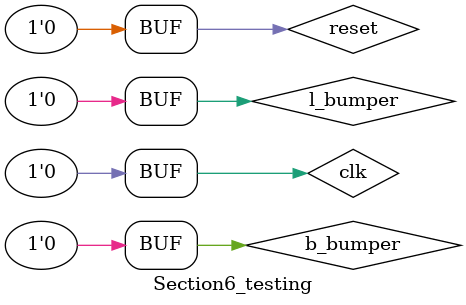
<source format=v>
`timescale 1ns / 1ps


module Section6_testing;

	// Inputs
	reg reset;
	reg clk;
	reg l_bumper;
	reg b_bumper;

	// Outputs
	wire len;
	wire ldir;
	wire ren;
	wire rdir;

	// Instantiate the Unit Under Test (UUT)
	section_6_source uut (
		.reset(reset), 
		.clk(clk), 
		.l_bumper(l_bumper), 
		.b_bumper(b_bumper), 
		.len(len), 
		.ldir(ldir), 
		.ren(ren), 
		.rdir(rdir)
	);

	initial begin
		// Initialize Inputs
		reset = 1;	clk = 0;	l_bumper = 0;	b_bumper = 0;
#10	reset = 1;	clk = 0;	l_bumper = 0;	b_bumper = 1;
#10	reset = 1;	clk = 0;	l_bumper = 1;	b_bumper = 0;
#10	reset = 1;	clk = 0;	l_bumper = 1;	b_bumper = 1;
#10	reset = 1;	clk = 1;	l_bumper = 0;	b_bumper = 0;
#10	reset = 1;	clk = 1;	l_bumper = 0;	b_bumper = 1;
#10	reset = 1;	clk = 1;	l_bumper = 1;	b_bumper = 0;
#10	reset = 1;	clk = 1;	l_bumper = 1;	b_bumper = 1;

#10	reset = 0;	clk = 0;	l_bumper = 0;	b_bumper = 0;
#10	reset = 0;	clk = 0;	l_bumper = 0;	b_bumper = 1;
#10	reset = 0;	clk = 0;	l_bumper = 1;	b_bumper = 0;
#10	reset = 0;	clk = 0;	l_bumper = 1;	b_bumper = 1;
#10	reset = 0;	clk = 1;	l_bumper = 0;	b_bumper = 0;
#10	reset = 0;	clk = 1;	l_bumper = 0;	b_bumper = 1;
#10	reset = 0;	clk = 1;	l_bumper = 1;	b_bumper = 0;
#10	reset = 0;	clk = 1;	l_bumper = 1;	b_bumper = 1;

#10	reset = 0;	clk = 0;	l_bumper = 0;	b_bumper = 0;


		// Wait 100 ns for global reset to finish
		#180;
        
		// Add stimulus here

	end
      
endmodule


</source>
